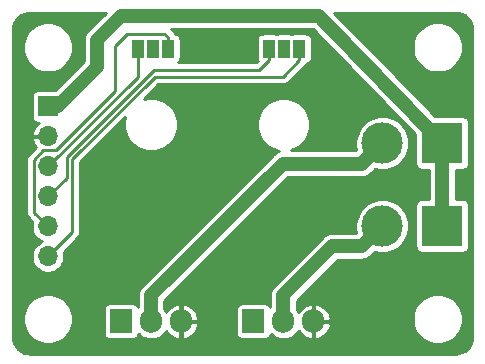
<source format=gbr>
G04 #@! TF.GenerationSoftware,KiCad,Pcbnew,(5.1.5)-3*
G04 #@! TF.CreationDate,2020-04-12T00:57:34+02:00*
G04 #@! TF.ProjectId,schinkli_pumps,73636869-6e6b-46c6-995f-70756d70732e,rev?*
G04 #@! TF.SameCoordinates,Original*
G04 #@! TF.FileFunction,Copper,L1,Top*
G04 #@! TF.FilePolarity,Positive*
%FSLAX46Y46*%
G04 Gerber Fmt 4.6, Leading zero omitted, Abs format (unit mm)*
G04 Created by KiCad (PCBNEW (5.1.5)-3) date 2020-04-12 00:57:34*
%MOMM*%
%LPD*%
G04 APERTURE LIST*
%ADD10O,1.700000X1.700000*%
%ADD11R,1.700000X1.700000*%
%ADD12C,3.500120*%
%ADD13R,3.500120X3.500120*%
%ADD14O,1.905000X2.000000*%
%ADD15R,1.905000X2.000000*%
%ADD16R,1.000000X1.500000*%
%ADD17C,0.800000*%
%ADD18C,0.250000*%
%ADD19C,1.200000*%
%ADD20C,0.254000*%
G04 APERTURE END LIST*
D10*
X53500000Y-121200000D03*
X53500000Y-118660000D03*
X53500000Y-116120000D03*
X53500000Y-113580000D03*
X53500000Y-111040000D03*
D11*
X53500000Y-108500000D03*
D12*
X81820000Y-118600000D03*
D13*
X86900000Y-118600000D03*
D12*
X81820000Y-111600000D03*
D13*
X86900000Y-111600000D03*
D14*
X75980000Y-126700000D03*
X73440000Y-126700000D03*
D15*
X70900000Y-126700000D03*
D14*
X64780000Y-126700000D03*
X62240000Y-126700000D03*
D15*
X59700000Y-126700000D03*
D16*
X72200000Y-103600000D03*
X73500000Y-103600000D03*
X74800000Y-103600000D03*
X61100000Y-103600000D03*
X62400000Y-103600000D03*
X63700000Y-103600000D03*
D17*
X75000000Y-107188000D03*
X75184000Y-117000000D03*
X77216000Y-107188000D03*
X77216000Y-109000000D03*
X66040000Y-109000000D03*
X66040000Y-111000000D03*
X63500000Y-113000000D03*
X60960000Y-113000000D03*
X60960000Y-115000000D03*
X63500000Y-115000000D03*
X75184000Y-115500000D03*
X77216000Y-115500000D03*
X77216000Y-111000000D03*
X62382400Y-103606600D03*
X73507600Y-103606600D03*
D18*
X53500000Y-121200000D02*
X55568010Y-119131990D01*
X55568010Y-119131990D02*
X55568010Y-112962400D01*
X55568010Y-112962400D02*
X62548205Y-105982205D01*
X74800000Y-104600000D02*
X74800000Y-103600000D01*
X73417795Y-105982205D02*
X74800000Y-104600000D01*
X62548205Y-105982205D02*
X73417795Y-105982205D01*
X63700000Y-102616000D02*
X63371010Y-102362000D01*
X52324999Y-117484999D02*
X53500000Y-118660000D01*
X63700000Y-103600000D02*
X63700000Y-102616000D01*
X63371010Y-102362000D02*
X60198000Y-102362000D01*
X52324999Y-113015999D02*
X52324999Y-117484999D01*
X60198000Y-102362000D02*
X59182000Y-103378000D01*
X59182000Y-103378000D02*
X59182000Y-107188000D01*
X53125997Y-112215001D02*
X52324999Y-113015999D01*
X59182000Y-107188000D02*
X54228589Y-112215001D01*
X54228589Y-112215001D02*
X53125997Y-112215001D01*
X55118000Y-114554000D02*
X55118000Y-112776000D01*
X53500000Y-116120000D02*
X55118000Y-114554000D01*
X62484000Y-105410000D02*
X71374000Y-105410000D01*
X71374000Y-105410000D02*
X72200000Y-104600000D01*
X72200000Y-104600000D02*
X72200000Y-103600000D01*
X55118000Y-112776000D02*
X62484000Y-105410000D01*
X61100000Y-105980000D02*
X61100000Y-103600000D01*
X53500000Y-113580000D02*
X61100000Y-105980000D01*
D19*
X64780000Y-126747500D02*
X64780000Y-126700000D01*
X53500000Y-111040000D02*
X53500000Y-111137998D01*
X75980000Y-126747500D02*
X75980000Y-126700000D01*
X86900000Y-111600000D02*
X86900000Y-118600000D01*
X76454000Y-100838000D02*
X86900000Y-111600000D01*
X54356000Y-108500000D02*
X57658000Y-105156000D01*
X57658000Y-105156000D02*
X57658000Y-102870000D01*
X53500000Y-108500000D02*
X54356000Y-108500000D01*
X57658000Y-102870000D02*
X59690000Y-100838000D01*
X59690000Y-100838000D02*
X76454000Y-100838000D01*
X62240000Y-124500000D02*
X62240000Y-126700000D01*
X80069941Y-113350059D02*
X73389941Y-113350059D01*
X73389941Y-113350059D02*
X62240000Y-124500000D01*
X81820000Y-111600000D02*
X80069941Y-113350059D01*
X77589941Y-120350059D02*
X73440000Y-124500000D01*
X80069941Y-120350059D02*
X77589941Y-120350059D01*
X73440000Y-124500000D02*
X73440000Y-126700000D01*
X81820000Y-118600000D02*
X80069941Y-120350059D01*
D20*
G36*
X56900237Y-102033945D02*
G01*
X56857236Y-102069235D01*
X56821946Y-102112236D01*
X56821942Y-102112240D01*
X56716400Y-102240844D01*
X56611750Y-102436630D01*
X56588136Y-102514477D01*
X56547308Y-102649069D01*
X56538802Y-102735435D01*
X56525548Y-102870000D01*
X56531001Y-102925364D01*
X56531000Y-104693347D01*
X54134382Y-107120451D01*
X52650000Y-107120451D01*
X52546690Y-107130626D01*
X52447350Y-107160761D01*
X52355798Y-107209696D01*
X52275552Y-107275552D01*
X52209696Y-107355798D01*
X52160761Y-107447350D01*
X52130626Y-107546690D01*
X52120451Y-107650000D01*
X52120451Y-109350000D01*
X52130626Y-109453310D01*
X52160761Y-109552650D01*
X52209696Y-109644202D01*
X52275552Y-109724448D01*
X52355798Y-109790304D01*
X52447350Y-109839239D01*
X52546690Y-109869374D01*
X52650000Y-109879549D01*
X52766642Y-109879549D01*
X52719287Y-109905705D01*
X52512998Y-110079810D01*
X52344639Y-110290814D01*
X52220680Y-110530609D01*
X52153285Y-110752791D01*
X52256892Y-110967000D01*
X53427000Y-110967000D01*
X53427000Y-110947000D01*
X53573000Y-110947000D01*
X53573000Y-110967000D01*
X53593000Y-110967000D01*
X53593000Y-111113000D01*
X53573000Y-111113000D01*
X53573000Y-111133000D01*
X53427000Y-111133000D01*
X53427000Y-111113000D01*
X52256892Y-111113000D01*
X52153285Y-111327209D01*
X52220680Y-111549391D01*
X52344639Y-111789186D01*
X52471167Y-111947764D01*
X51886617Y-112532315D01*
X51861735Y-112552735D01*
X51780258Y-112652016D01*
X51737332Y-112732326D01*
X51719716Y-112765283D01*
X51682434Y-112888185D01*
X51669845Y-113015999D01*
X51672999Y-113048021D01*
X51673000Y-117452967D01*
X51669845Y-117484999D01*
X51682434Y-117612813D01*
X51719716Y-117735715D01*
X51719717Y-117735716D01*
X51780259Y-117848983D01*
X51861736Y-117948263D01*
X51886613Y-117968679D01*
X52176023Y-118258089D01*
X52175917Y-118258344D01*
X52123000Y-118524377D01*
X52123000Y-118795623D01*
X52175917Y-119061656D01*
X52279718Y-119312254D01*
X52430414Y-119537787D01*
X52622213Y-119729586D01*
X52847746Y-119880282D01*
X52967776Y-119930000D01*
X52847746Y-119979718D01*
X52622213Y-120130414D01*
X52430414Y-120322213D01*
X52279718Y-120547746D01*
X52175917Y-120798344D01*
X52123000Y-121064377D01*
X52123000Y-121335623D01*
X52175917Y-121601656D01*
X52279718Y-121852254D01*
X52430414Y-122077787D01*
X52622213Y-122269586D01*
X52847746Y-122420282D01*
X53098344Y-122524083D01*
X53364377Y-122577000D01*
X53635623Y-122577000D01*
X53901656Y-122524083D01*
X54152254Y-122420282D01*
X54377787Y-122269586D01*
X54569586Y-122077787D01*
X54720282Y-121852254D01*
X54824083Y-121601656D01*
X54877000Y-121335623D01*
X54877000Y-121064377D01*
X54824083Y-120798344D01*
X54823977Y-120798089D01*
X56006398Y-119615669D01*
X56031274Y-119595254D01*
X56112751Y-119495974D01*
X56173293Y-119382707D01*
X56208913Y-119265283D01*
X56210575Y-119259805D01*
X56223164Y-119131990D01*
X56220010Y-119099968D01*
X56220010Y-113232466D01*
X60044011Y-109408465D01*
X59963000Y-109815735D01*
X59963000Y-110264265D01*
X60050504Y-110704176D01*
X60222149Y-111118564D01*
X60471339Y-111491503D01*
X60788497Y-111808661D01*
X61161436Y-112057851D01*
X61575824Y-112229496D01*
X62015735Y-112317000D01*
X62464265Y-112317000D01*
X62904176Y-112229496D01*
X63318564Y-112057851D01*
X63691503Y-111808661D01*
X64008661Y-111491503D01*
X64257851Y-111118564D01*
X64429496Y-110704176D01*
X64517000Y-110264265D01*
X64517000Y-109815735D01*
X64429496Y-109375824D01*
X64257851Y-108961436D01*
X64008661Y-108588497D01*
X63691503Y-108271339D01*
X63318564Y-108022149D01*
X62904176Y-107850504D01*
X62464265Y-107763000D01*
X62015735Y-107763000D01*
X61608466Y-107844011D01*
X62818272Y-106634205D01*
X73385773Y-106634205D01*
X73417795Y-106637359D01*
X73449817Y-106634205D01*
X73545609Y-106624770D01*
X73668512Y-106587488D01*
X73781779Y-106526946D01*
X73881059Y-106445469D01*
X73901480Y-106420586D01*
X75238388Y-105083679D01*
X75263264Y-105063264D01*
X75344741Y-104963984D01*
X75394866Y-104870206D01*
X75403310Y-104869374D01*
X75502650Y-104839239D01*
X75594202Y-104790304D01*
X75674448Y-104724448D01*
X75740304Y-104644202D01*
X75789239Y-104552650D01*
X75819374Y-104453310D01*
X75829549Y-104350000D01*
X75829549Y-102850000D01*
X75819374Y-102746690D01*
X75789239Y-102647350D01*
X75740304Y-102555798D01*
X75674448Y-102475552D01*
X75594202Y-102409696D01*
X75502650Y-102360761D01*
X75403310Y-102330626D01*
X75300000Y-102320451D01*
X74300000Y-102320451D01*
X74196690Y-102330626D01*
X74150000Y-102344790D01*
X74103310Y-102330626D01*
X74000000Y-102320451D01*
X73000000Y-102320451D01*
X72896690Y-102330626D01*
X72850000Y-102344790D01*
X72803310Y-102330626D01*
X72700000Y-102320451D01*
X71700000Y-102320451D01*
X71596690Y-102330626D01*
X71497350Y-102360761D01*
X71405798Y-102409696D01*
X71325552Y-102475552D01*
X71259696Y-102555798D01*
X71210761Y-102647350D01*
X71180626Y-102746690D01*
X71170451Y-102850000D01*
X71170451Y-104350000D01*
X71180626Y-104453310D01*
X71210761Y-104552650D01*
X71247319Y-104621047D01*
X71107661Y-104758000D01*
X64533565Y-104758000D01*
X64574448Y-104724448D01*
X64640304Y-104644202D01*
X64689239Y-104552650D01*
X64719374Y-104453310D01*
X64729549Y-104350000D01*
X64729549Y-102850000D01*
X64719374Y-102746690D01*
X64689239Y-102647350D01*
X64640304Y-102555798D01*
X64574448Y-102475552D01*
X64494202Y-102409696D01*
X64402650Y-102360761D01*
X64303310Y-102330626D01*
X64285839Y-102328905D01*
X64285528Y-102328324D01*
X64268351Y-102290112D01*
X64255330Y-102271827D01*
X64244741Y-102252016D01*
X64218147Y-102219611D01*
X64193852Y-102185494D01*
X64177516Y-102170102D01*
X64163264Y-102152736D01*
X64130860Y-102126143D01*
X64123795Y-102119486D01*
X64106135Y-102105851D01*
X64063984Y-102071259D01*
X64055357Y-102066648D01*
X63923699Y-101965000D01*
X75977316Y-101965000D01*
X84620391Y-110869536D01*
X84620391Y-113350060D01*
X84630566Y-113453370D01*
X84660701Y-113552710D01*
X84709636Y-113644262D01*
X84775492Y-113724508D01*
X84855738Y-113790364D01*
X84947290Y-113839299D01*
X85046630Y-113869434D01*
X85149940Y-113879609D01*
X85773000Y-113879609D01*
X85773001Y-116320391D01*
X85149940Y-116320391D01*
X85046630Y-116330566D01*
X84947290Y-116360701D01*
X84855738Y-116409636D01*
X84775492Y-116475492D01*
X84709636Y-116555738D01*
X84660701Y-116647290D01*
X84630566Y-116746630D01*
X84620391Y-116849940D01*
X84620391Y-120350060D01*
X84630566Y-120453370D01*
X84660701Y-120552710D01*
X84709636Y-120644262D01*
X84775492Y-120724508D01*
X84855738Y-120790364D01*
X84947290Y-120839299D01*
X85046630Y-120869434D01*
X85149940Y-120879609D01*
X88650060Y-120879609D01*
X88753370Y-120869434D01*
X88852710Y-120839299D01*
X88944262Y-120790364D01*
X89024508Y-120724508D01*
X89090364Y-120644262D01*
X89139299Y-120552710D01*
X89169434Y-120453370D01*
X89179609Y-120350060D01*
X89179609Y-116849940D01*
X89169434Y-116746630D01*
X89139299Y-116647290D01*
X89090364Y-116555738D01*
X89024508Y-116475492D01*
X88944262Y-116409636D01*
X88852710Y-116360701D01*
X88753370Y-116330566D01*
X88650060Y-116320391D01*
X88027000Y-116320391D01*
X88027000Y-113879609D01*
X88650060Y-113879609D01*
X88753370Y-113869434D01*
X88852710Y-113839299D01*
X88944262Y-113790364D01*
X89024508Y-113724508D01*
X89090364Y-113644262D01*
X89139299Y-113552710D01*
X89169434Y-113453370D01*
X89179609Y-113350060D01*
X89179609Y-109849940D01*
X89169434Y-109746630D01*
X89139299Y-109647290D01*
X89090364Y-109555738D01*
X89024508Y-109475492D01*
X88944262Y-109409636D01*
X88852710Y-109360701D01*
X88753370Y-109330566D01*
X88650060Y-109320391D01*
X86257920Y-109320391D01*
X80405091Y-103290509D01*
X84373000Y-103290509D01*
X84373000Y-103709491D01*
X84454739Y-104120423D01*
X84615077Y-104507512D01*
X84847851Y-104855884D01*
X85144116Y-105152149D01*
X85492488Y-105384923D01*
X85879577Y-105545261D01*
X86290509Y-105627000D01*
X86709491Y-105627000D01*
X87120423Y-105545261D01*
X87507512Y-105384923D01*
X87855884Y-105152149D01*
X88152149Y-104855884D01*
X88384923Y-104507512D01*
X88545261Y-104120423D01*
X88627000Y-103709491D01*
X88627000Y-103290509D01*
X88545261Y-102879577D01*
X88384923Y-102492488D01*
X88152149Y-102144116D01*
X87855884Y-101847851D01*
X87507512Y-101615077D01*
X87120423Y-101454739D01*
X86709491Y-101373000D01*
X86290509Y-101373000D01*
X85879577Y-101454739D01*
X85492488Y-101615077D01*
X85144116Y-101847851D01*
X84847851Y-102144116D01*
X84615077Y-102492488D01*
X84454739Y-102879577D01*
X84373000Y-103290509D01*
X80405091Y-103290509D01*
X77746991Y-100552000D01*
X87973008Y-100552000D01*
X88280737Y-100582173D01*
X88550779Y-100663704D01*
X88799845Y-100796134D01*
X89018444Y-100974420D01*
X89198254Y-101191772D01*
X89332416Y-101439900D01*
X89415832Y-101709374D01*
X89448000Y-102015432D01*
X89448001Y-127972997D01*
X89417827Y-128280733D01*
X89336297Y-128550778D01*
X89203863Y-128799848D01*
X89025582Y-129018442D01*
X88808228Y-129198254D01*
X88560100Y-129332416D01*
X88290626Y-129415832D01*
X87984568Y-129448000D01*
X52026992Y-129448000D01*
X51719267Y-129417827D01*
X51449222Y-129336297D01*
X51200152Y-129203863D01*
X50981558Y-129025582D01*
X50801746Y-128808228D01*
X50667584Y-128560100D01*
X50584168Y-128290626D01*
X50552000Y-127984568D01*
X50552000Y-126290509D01*
X51373000Y-126290509D01*
X51373000Y-126709491D01*
X51454739Y-127120423D01*
X51615077Y-127507512D01*
X51847851Y-127855884D01*
X52144116Y-128152149D01*
X52492488Y-128384923D01*
X52879577Y-128545261D01*
X53290509Y-128627000D01*
X53709491Y-128627000D01*
X54120423Y-128545261D01*
X54507512Y-128384923D01*
X54855884Y-128152149D01*
X55152149Y-127855884D01*
X55384923Y-127507512D01*
X55545261Y-127120423D01*
X55627000Y-126709491D01*
X55627000Y-126290509D01*
X55545261Y-125879577D01*
X55470878Y-125700000D01*
X58217951Y-125700000D01*
X58217951Y-127700000D01*
X58228126Y-127803310D01*
X58258261Y-127902650D01*
X58307196Y-127994202D01*
X58373052Y-128074448D01*
X58453298Y-128140304D01*
X58544850Y-128189239D01*
X58644190Y-128219374D01*
X58747500Y-128229549D01*
X60652500Y-128229549D01*
X60755810Y-128219374D01*
X60855150Y-128189239D01*
X60946702Y-128140304D01*
X61026948Y-128074448D01*
X61092804Y-127994202D01*
X61141739Y-127902650D01*
X61171874Y-127803310D01*
X61174088Y-127780831D01*
X61188774Y-127798726D01*
X61414058Y-127983611D01*
X61671082Y-128120993D01*
X61949968Y-128205592D01*
X62240000Y-128234158D01*
X62530033Y-128205592D01*
X62808919Y-128120993D01*
X63065943Y-127983611D01*
X63291226Y-127798726D01*
X63476111Y-127573442D01*
X63513191Y-127504070D01*
X63532378Y-127541951D01*
X63711340Y-127770085D01*
X63931370Y-127958922D01*
X64184013Y-128101204D01*
X64459559Y-128191464D01*
X64476736Y-128195585D01*
X64707000Y-128093272D01*
X64707000Y-126773000D01*
X64853000Y-126773000D01*
X64853000Y-128093272D01*
X65083264Y-128195585D01*
X65100441Y-128191464D01*
X65375987Y-128101204D01*
X65628630Y-127958922D01*
X65848660Y-127770085D01*
X66027622Y-127541951D01*
X66158639Y-127283287D01*
X66236676Y-127004033D01*
X66127122Y-126773000D01*
X64853000Y-126773000D01*
X64707000Y-126773000D01*
X64687000Y-126773000D01*
X64687000Y-126627000D01*
X64707000Y-126627000D01*
X64707000Y-125306728D01*
X64853000Y-125306728D01*
X64853000Y-126627000D01*
X66127122Y-126627000D01*
X66236676Y-126395967D01*
X66158639Y-126116713D01*
X66027622Y-125858049D01*
X65903639Y-125700000D01*
X69417951Y-125700000D01*
X69417951Y-127700000D01*
X69428126Y-127803310D01*
X69458261Y-127902650D01*
X69507196Y-127994202D01*
X69573052Y-128074448D01*
X69653298Y-128140304D01*
X69744850Y-128189239D01*
X69844190Y-128219374D01*
X69947500Y-128229549D01*
X71852500Y-128229549D01*
X71955810Y-128219374D01*
X72055150Y-128189239D01*
X72146702Y-128140304D01*
X72226948Y-128074448D01*
X72292804Y-127994202D01*
X72341739Y-127902650D01*
X72371874Y-127803310D01*
X72374088Y-127780831D01*
X72388774Y-127798726D01*
X72614058Y-127983611D01*
X72871082Y-128120993D01*
X73149968Y-128205592D01*
X73440000Y-128234158D01*
X73730033Y-128205592D01*
X74008919Y-128120993D01*
X74265943Y-127983611D01*
X74491226Y-127798726D01*
X74676111Y-127573442D01*
X74713191Y-127504070D01*
X74732378Y-127541951D01*
X74911340Y-127770085D01*
X75131370Y-127958922D01*
X75384013Y-128101204D01*
X75659559Y-128191464D01*
X75676736Y-128195585D01*
X75907000Y-128093272D01*
X75907000Y-126773000D01*
X76053000Y-126773000D01*
X76053000Y-128093272D01*
X76283264Y-128195585D01*
X76300441Y-128191464D01*
X76575987Y-128101204D01*
X76828630Y-127958922D01*
X77048660Y-127770085D01*
X77227622Y-127541951D01*
X77358639Y-127283287D01*
X77436676Y-127004033D01*
X77327122Y-126773000D01*
X76053000Y-126773000D01*
X75907000Y-126773000D01*
X75887000Y-126773000D01*
X75887000Y-126627000D01*
X75907000Y-126627000D01*
X75907000Y-125306728D01*
X76053000Y-125306728D01*
X76053000Y-126627000D01*
X77327122Y-126627000D01*
X77436676Y-126395967D01*
X77407206Y-126290509D01*
X84373000Y-126290509D01*
X84373000Y-126709491D01*
X84454739Y-127120423D01*
X84615077Y-127507512D01*
X84847851Y-127855884D01*
X85144116Y-128152149D01*
X85492488Y-128384923D01*
X85879577Y-128545261D01*
X86290509Y-128627000D01*
X86709491Y-128627000D01*
X87120423Y-128545261D01*
X87507512Y-128384923D01*
X87855884Y-128152149D01*
X88152149Y-127855884D01*
X88384923Y-127507512D01*
X88545261Y-127120423D01*
X88627000Y-126709491D01*
X88627000Y-126290509D01*
X88545261Y-125879577D01*
X88384923Y-125492488D01*
X88152149Y-125144116D01*
X87855884Y-124847851D01*
X87507512Y-124615077D01*
X87120423Y-124454739D01*
X86709491Y-124373000D01*
X86290509Y-124373000D01*
X85879577Y-124454739D01*
X85492488Y-124615077D01*
X85144116Y-124847851D01*
X84847851Y-125144116D01*
X84615077Y-125492488D01*
X84454739Y-125879577D01*
X84373000Y-126290509D01*
X77407206Y-126290509D01*
X77358639Y-126116713D01*
X77227622Y-125858049D01*
X77048660Y-125629915D01*
X76828630Y-125441078D01*
X76575987Y-125298796D01*
X76300441Y-125208536D01*
X76283264Y-125204415D01*
X76053000Y-125306728D01*
X75907000Y-125306728D01*
X75676736Y-125204415D01*
X75659559Y-125208536D01*
X75384013Y-125298796D01*
X75131370Y-125441078D01*
X74911340Y-125629915D01*
X74732378Y-125858049D01*
X74713191Y-125895929D01*
X74676111Y-125826557D01*
X74567000Y-125693605D01*
X74567000Y-124966818D01*
X78056760Y-121477059D01*
X80014587Y-121477059D01*
X80069941Y-121482511D01*
X80125295Y-121477059D01*
X80125306Y-121477059D01*
X80290872Y-121460752D01*
X80503312Y-121396309D01*
X80699098Y-121291659D01*
X80870706Y-121150824D01*
X80906000Y-121107818D01*
X81212906Y-120800912D01*
X81595729Y-120877060D01*
X82044271Y-120877060D01*
X82484194Y-120789554D01*
X82898593Y-120617905D01*
X83271541Y-120368708D01*
X83588708Y-120051541D01*
X83837905Y-119678593D01*
X84009554Y-119264194D01*
X84097060Y-118824271D01*
X84097060Y-118375729D01*
X84009554Y-117935806D01*
X83837905Y-117521407D01*
X83588708Y-117148459D01*
X83271541Y-116831292D01*
X82898593Y-116582095D01*
X82484194Y-116410446D01*
X82044271Y-116322940D01*
X81595729Y-116322940D01*
X81155806Y-116410446D01*
X80741407Y-116582095D01*
X80368459Y-116831292D01*
X80051292Y-117148459D01*
X79802095Y-117521407D01*
X79630446Y-117935806D01*
X79542940Y-118375729D01*
X79542940Y-118824271D01*
X79619088Y-119207094D01*
X79603123Y-119223059D01*
X77645298Y-119223059D01*
X77589941Y-119217607D01*
X77534584Y-119223059D01*
X77534576Y-119223059D01*
X77369010Y-119239366D01*
X77156570Y-119303809D01*
X76960784Y-119408459D01*
X76832180Y-119514001D01*
X76832177Y-119514004D01*
X76789176Y-119549294D01*
X76753886Y-119592295D01*
X72682241Y-123663941D01*
X72639235Y-123699235D01*
X72498400Y-123870843D01*
X72393750Y-124066630D01*
X72329307Y-124279070D01*
X72313000Y-124444636D01*
X72313000Y-124444646D01*
X72307548Y-124500000D01*
X72313000Y-124555355D01*
X72313000Y-125443583D01*
X72292804Y-125405798D01*
X72226948Y-125325552D01*
X72146702Y-125259696D01*
X72055150Y-125210761D01*
X71955810Y-125180626D01*
X71852500Y-125170451D01*
X69947500Y-125170451D01*
X69844190Y-125180626D01*
X69744850Y-125210761D01*
X69653298Y-125259696D01*
X69573052Y-125325552D01*
X69507196Y-125405798D01*
X69458261Y-125497350D01*
X69428126Y-125596690D01*
X69417951Y-125700000D01*
X65903639Y-125700000D01*
X65848660Y-125629915D01*
X65628630Y-125441078D01*
X65375987Y-125298796D01*
X65100441Y-125208536D01*
X65083264Y-125204415D01*
X64853000Y-125306728D01*
X64707000Y-125306728D01*
X64476736Y-125204415D01*
X64459559Y-125208536D01*
X64184013Y-125298796D01*
X63931370Y-125441078D01*
X63711340Y-125629915D01*
X63532378Y-125858049D01*
X63513191Y-125895929D01*
X63476111Y-125826557D01*
X63367000Y-125693605D01*
X63367000Y-124966818D01*
X73856760Y-114477059D01*
X80014587Y-114477059D01*
X80069941Y-114482511D01*
X80125295Y-114477059D01*
X80125306Y-114477059D01*
X80290872Y-114460752D01*
X80503312Y-114396309D01*
X80699098Y-114291659D01*
X80870706Y-114150824D01*
X80906000Y-114107818D01*
X81212906Y-113800912D01*
X81595729Y-113877060D01*
X82044271Y-113877060D01*
X82484194Y-113789554D01*
X82898593Y-113617905D01*
X83271541Y-113368708D01*
X83588708Y-113051541D01*
X83837905Y-112678593D01*
X84009554Y-112264194D01*
X84097060Y-111824271D01*
X84097060Y-111375729D01*
X84009554Y-110935806D01*
X83837905Y-110521407D01*
X83588708Y-110148459D01*
X83271541Y-109831292D01*
X82898593Y-109582095D01*
X82484194Y-109410446D01*
X82044271Y-109322940D01*
X81595729Y-109322940D01*
X81155806Y-109410446D01*
X80741407Y-109582095D01*
X80368459Y-109831292D01*
X80051292Y-110148459D01*
X79802095Y-110521407D01*
X79630446Y-110935806D01*
X79542940Y-111375729D01*
X79542940Y-111824271D01*
X79619088Y-112207094D01*
X79603123Y-112223059D01*
X74119716Y-112223059D01*
X74518564Y-112057851D01*
X74891503Y-111808661D01*
X75208661Y-111491503D01*
X75457851Y-111118564D01*
X75629496Y-110704176D01*
X75717000Y-110264265D01*
X75717000Y-109815735D01*
X75629496Y-109375824D01*
X75457851Y-108961436D01*
X75208661Y-108588497D01*
X74891503Y-108271339D01*
X74518564Y-108022149D01*
X74104176Y-107850504D01*
X73664265Y-107763000D01*
X73215735Y-107763000D01*
X72775824Y-107850504D01*
X72361436Y-108022149D01*
X71988497Y-108271339D01*
X71671339Y-108588497D01*
X71422149Y-108961436D01*
X71250504Y-109375824D01*
X71163000Y-109815735D01*
X71163000Y-110264265D01*
X71250504Y-110704176D01*
X71422149Y-111118564D01*
X71671339Y-111491503D01*
X71988497Y-111808661D01*
X72361436Y-112057851D01*
X72775824Y-112229496D01*
X73032945Y-112280641D01*
X72956570Y-112303809D01*
X72760784Y-112408459D01*
X72632180Y-112514001D01*
X72632177Y-112514004D01*
X72589176Y-112549294D01*
X72553886Y-112592295D01*
X61482242Y-123663940D01*
X61439235Y-123699235D01*
X61298400Y-123870843D01*
X61193750Y-124066630D01*
X61129307Y-124279070D01*
X61113000Y-124444636D01*
X61113000Y-124444646D01*
X61107548Y-124500000D01*
X61113000Y-124555355D01*
X61113000Y-125443583D01*
X61092804Y-125405798D01*
X61026948Y-125325552D01*
X60946702Y-125259696D01*
X60855150Y-125210761D01*
X60755810Y-125180626D01*
X60652500Y-125170451D01*
X58747500Y-125170451D01*
X58644190Y-125180626D01*
X58544850Y-125210761D01*
X58453298Y-125259696D01*
X58373052Y-125325552D01*
X58307196Y-125405798D01*
X58258261Y-125497350D01*
X58228126Y-125596690D01*
X58217951Y-125700000D01*
X55470878Y-125700000D01*
X55384923Y-125492488D01*
X55152149Y-125144116D01*
X54855884Y-124847851D01*
X54507512Y-124615077D01*
X54120423Y-124454739D01*
X53709491Y-124373000D01*
X53290509Y-124373000D01*
X52879577Y-124454739D01*
X52492488Y-124615077D01*
X52144116Y-124847851D01*
X51847851Y-125144116D01*
X51615077Y-125492488D01*
X51454739Y-125879577D01*
X51373000Y-126290509D01*
X50552000Y-126290509D01*
X50552000Y-103290509D01*
X51373000Y-103290509D01*
X51373000Y-103709491D01*
X51454739Y-104120423D01*
X51615077Y-104507512D01*
X51847851Y-104855884D01*
X52144116Y-105152149D01*
X52492488Y-105384923D01*
X52879577Y-105545261D01*
X53290509Y-105627000D01*
X53709491Y-105627000D01*
X54120423Y-105545261D01*
X54507512Y-105384923D01*
X54855884Y-105152149D01*
X55152149Y-104855884D01*
X55384923Y-104507512D01*
X55545261Y-104120423D01*
X55627000Y-103709491D01*
X55627000Y-103290509D01*
X55545261Y-102879577D01*
X55384923Y-102492488D01*
X55152149Y-102144116D01*
X54855884Y-101847851D01*
X54507512Y-101615077D01*
X54120423Y-101454739D01*
X53709491Y-101373000D01*
X53290509Y-101373000D01*
X52879577Y-101454739D01*
X52492488Y-101615077D01*
X52144116Y-101847851D01*
X51847851Y-102144116D01*
X51615077Y-102492488D01*
X51454739Y-102879577D01*
X51373000Y-103290509D01*
X50552000Y-103290509D01*
X50552000Y-102026992D01*
X50582173Y-101719263D01*
X50663704Y-101449221D01*
X50796134Y-101200155D01*
X50974420Y-100981556D01*
X51191772Y-100801746D01*
X51439900Y-100667584D01*
X51709374Y-100584168D01*
X52015432Y-100552000D01*
X58382181Y-100552000D01*
X56900237Y-102033945D01*
G37*
X56900237Y-102033945D02*
X56857236Y-102069235D01*
X56821946Y-102112236D01*
X56821942Y-102112240D01*
X56716400Y-102240844D01*
X56611750Y-102436630D01*
X56588136Y-102514477D01*
X56547308Y-102649069D01*
X56538802Y-102735435D01*
X56525548Y-102870000D01*
X56531001Y-102925364D01*
X56531000Y-104693347D01*
X54134382Y-107120451D01*
X52650000Y-107120451D01*
X52546690Y-107130626D01*
X52447350Y-107160761D01*
X52355798Y-107209696D01*
X52275552Y-107275552D01*
X52209696Y-107355798D01*
X52160761Y-107447350D01*
X52130626Y-107546690D01*
X52120451Y-107650000D01*
X52120451Y-109350000D01*
X52130626Y-109453310D01*
X52160761Y-109552650D01*
X52209696Y-109644202D01*
X52275552Y-109724448D01*
X52355798Y-109790304D01*
X52447350Y-109839239D01*
X52546690Y-109869374D01*
X52650000Y-109879549D01*
X52766642Y-109879549D01*
X52719287Y-109905705D01*
X52512998Y-110079810D01*
X52344639Y-110290814D01*
X52220680Y-110530609D01*
X52153285Y-110752791D01*
X52256892Y-110967000D01*
X53427000Y-110967000D01*
X53427000Y-110947000D01*
X53573000Y-110947000D01*
X53573000Y-110967000D01*
X53593000Y-110967000D01*
X53593000Y-111113000D01*
X53573000Y-111113000D01*
X53573000Y-111133000D01*
X53427000Y-111133000D01*
X53427000Y-111113000D01*
X52256892Y-111113000D01*
X52153285Y-111327209D01*
X52220680Y-111549391D01*
X52344639Y-111789186D01*
X52471167Y-111947764D01*
X51886617Y-112532315D01*
X51861735Y-112552735D01*
X51780258Y-112652016D01*
X51737332Y-112732326D01*
X51719716Y-112765283D01*
X51682434Y-112888185D01*
X51669845Y-113015999D01*
X51672999Y-113048021D01*
X51673000Y-117452967D01*
X51669845Y-117484999D01*
X51682434Y-117612813D01*
X51719716Y-117735715D01*
X51719717Y-117735716D01*
X51780259Y-117848983D01*
X51861736Y-117948263D01*
X51886613Y-117968679D01*
X52176023Y-118258089D01*
X52175917Y-118258344D01*
X52123000Y-118524377D01*
X52123000Y-118795623D01*
X52175917Y-119061656D01*
X52279718Y-119312254D01*
X52430414Y-119537787D01*
X52622213Y-119729586D01*
X52847746Y-119880282D01*
X52967776Y-119930000D01*
X52847746Y-119979718D01*
X52622213Y-120130414D01*
X52430414Y-120322213D01*
X52279718Y-120547746D01*
X52175917Y-120798344D01*
X52123000Y-121064377D01*
X52123000Y-121335623D01*
X52175917Y-121601656D01*
X52279718Y-121852254D01*
X52430414Y-122077787D01*
X52622213Y-122269586D01*
X52847746Y-122420282D01*
X53098344Y-122524083D01*
X53364377Y-122577000D01*
X53635623Y-122577000D01*
X53901656Y-122524083D01*
X54152254Y-122420282D01*
X54377787Y-122269586D01*
X54569586Y-122077787D01*
X54720282Y-121852254D01*
X54824083Y-121601656D01*
X54877000Y-121335623D01*
X54877000Y-121064377D01*
X54824083Y-120798344D01*
X54823977Y-120798089D01*
X56006398Y-119615669D01*
X56031274Y-119595254D01*
X56112751Y-119495974D01*
X56173293Y-119382707D01*
X56208913Y-119265283D01*
X56210575Y-119259805D01*
X56223164Y-119131990D01*
X56220010Y-119099968D01*
X56220010Y-113232466D01*
X60044011Y-109408465D01*
X59963000Y-109815735D01*
X59963000Y-110264265D01*
X60050504Y-110704176D01*
X60222149Y-111118564D01*
X60471339Y-111491503D01*
X60788497Y-111808661D01*
X61161436Y-112057851D01*
X61575824Y-112229496D01*
X62015735Y-112317000D01*
X62464265Y-112317000D01*
X62904176Y-112229496D01*
X63318564Y-112057851D01*
X63691503Y-111808661D01*
X64008661Y-111491503D01*
X64257851Y-111118564D01*
X64429496Y-110704176D01*
X64517000Y-110264265D01*
X64517000Y-109815735D01*
X64429496Y-109375824D01*
X64257851Y-108961436D01*
X64008661Y-108588497D01*
X63691503Y-108271339D01*
X63318564Y-108022149D01*
X62904176Y-107850504D01*
X62464265Y-107763000D01*
X62015735Y-107763000D01*
X61608466Y-107844011D01*
X62818272Y-106634205D01*
X73385773Y-106634205D01*
X73417795Y-106637359D01*
X73449817Y-106634205D01*
X73545609Y-106624770D01*
X73668512Y-106587488D01*
X73781779Y-106526946D01*
X73881059Y-106445469D01*
X73901480Y-106420586D01*
X75238388Y-105083679D01*
X75263264Y-105063264D01*
X75344741Y-104963984D01*
X75394866Y-104870206D01*
X75403310Y-104869374D01*
X75502650Y-104839239D01*
X75594202Y-104790304D01*
X75674448Y-104724448D01*
X75740304Y-104644202D01*
X75789239Y-104552650D01*
X75819374Y-104453310D01*
X75829549Y-104350000D01*
X75829549Y-102850000D01*
X75819374Y-102746690D01*
X75789239Y-102647350D01*
X75740304Y-102555798D01*
X75674448Y-102475552D01*
X75594202Y-102409696D01*
X75502650Y-102360761D01*
X75403310Y-102330626D01*
X75300000Y-102320451D01*
X74300000Y-102320451D01*
X74196690Y-102330626D01*
X74150000Y-102344790D01*
X74103310Y-102330626D01*
X74000000Y-102320451D01*
X73000000Y-102320451D01*
X72896690Y-102330626D01*
X72850000Y-102344790D01*
X72803310Y-102330626D01*
X72700000Y-102320451D01*
X71700000Y-102320451D01*
X71596690Y-102330626D01*
X71497350Y-102360761D01*
X71405798Y-102409696D01*
X71325552Y-102475552D01*
X71259696Y-102555798D01*
X71210761Y-102647350D01*
X71180626Y-102746690D01*
X71170451Y-102850000D01*
X71170451Y-104350000D01*
X71180626Y-104453310D01*
X71210761Y-104552650D01*
X71247319Y-104621047D01*
X71107661Y-104758000D01*
X64533565Y-104758000D01*
X64574448Y-104724448D01*
X64640304Y-104644202D01*
X64689239Y-104552650D01*
X64719374Y-104453310D01*
X64729549Y-104350000D01*
X64729549Y-102850000D01*
X64719374Y-102746690D01*
X64689239Y-102647350D01*
X64640304Y-102555798D01*
X64574448Y-102475552D01*
X64494202Y-102409696D01*
X64402650Y-102360761D01*
X64303310Y-102330626D01*
X64285839Y-102328905D01*
X64285528Y-102328324D01*
X64268351Y-102290112D01*
X64255330Y-102271827D01*
X64244741Y-102252016D01*
X64218147Y-102219611D01*
X64193852Y-102185494D01*
X64177516Y-102170102D01*
X64163264Y-102152736D01*
X64130860Y-102126143D01*
X64123795Y-102119486D01*
X64106135Y-102105851D01*
X64063984Y-102071259D01*
X64055357Y-102066648D01*
X63923699Y-101965000D01*
X75977316Y-101965000D01*
X84620391Y-110869536D01*
X84620391Y-113350060D01*
X84630566Y-113453370D01*
X84660701Y-113552710D01*
X84709636Y-113644262D01*
X84775492Y-113724508D01*
X84855738Y-113790364D01*
X84947290Y-113839299D01*
X85046630Y-113869434D01*
X85149940Y-113879609D01*
X85773000Y-113879609D01*
X85773001Y-116320391D01*
X85149940Y-116320391D01*
X85046630Y-116330566D01*
X84947290Y-116360701D01*
X84855738Y-116409636D01*
X84775492Y-116475492D01*
X84709636Y-116555738D01*
X84660701Y-116647290D01*
X84630566Y-116746630D01*
X84620391Y-116849940D01*
X84620391Y-120350060D01*
X84630566Y-120453370D01*
X84660701Y-120552710D01*
X84709636Y-120644262D01*
X84775492Y-120724508D01*
X84855738Y-120790364D01*
X84947290Y-120839299D01*
X85046630Y-120869434D01*
X85149940Y-120879609D01*
X88650060Y-120879609D01*
X88753370Y-120869434D01*
X88852710Y-120839299D01*
X88944262Y-120790364D01*
X89024508Y-120724508D01*
X89090364Y-120644262D01*
X89139299Y-120552710D01*
X89169434Y-120453370D01*
X89179609Y-120350060D01*
X89179609Y-116849940D01*
X89169434Y-116746630D01*
X89139299Y-116647290D01*
X89090364Y-116555738D01*
X89024508Y-116475492D01*
X88944262Y-116409636D01*
X88852710Y-116360701D01*
X88753370Y-116330566D01*
X88650060Y-116320391D01*
X88027000Y-116320391D01*
X88027000Y-113879609D01*
X88650060Y-113879609D01*
X88753370Y-113869434D01*
X88852710Y-113839299D01*
X88944262Y-113790364D01*
X89024508Y-113724508D01*
X89090364Y-113644262D01*
X89139299Y-113552710D01*
X89169434Y-113453370D01*
X89179609Y-113350060D01*
X89179609Y-109849940D01*
X89169434Y-109746630D01*
X89139299Y-109647290D01*
X89090364Y-109555738D01*
X89024508Y-109475492D01*
X88944262Y-109409636D01*
X88852710Y-109360701D01*
X88753370Y-109330566D01*
X88650060Y-109320391D01*
X86257920Y-109320391D01*
X80405091Y-103290509D01*
X84373000Y-103290509D01*
X84373000Y-103709491D01*
X84454739Y-104120423D01*
X84615077Y-104507512D01*
X84847851Y-104855884D01*
X85144116Y-105152149D01*
X85492488Y-105384923D01*
X85879577Y-105545261D01*
X86290509Y-105627000D01*
X86709491Y-105627000D01*
X87120423Y-105545261D01*
X87507512Y-105384923D01*
X87855884Y-105152149D01*
X88152149Y-104855884D01*
X88384923Y-104507512D01*
X88545261Y-104120423D01*
X88627000Y-103709491D01*
X88627000Y-103290509D01*
X88545261Y-102879577D01*
X88384923Y-102492488D01*
X88152149Y-102144116D01*
X87855884Y-101847851D01*
X87507512Y-101615077D01*
X87120423Y-101454739D01*
X86709491Y-101373000D01*
X86290509Y-101373000D01*
X85879577Y-101454739D01*
X85492488Y-101615077D01*
X85144116Y-101847851D01*
X84847851Y-102144116D01*
X84615077Y-102492488D01*
X84454739Y-102879577D01*
X84373000Y-103290509D01*
X80405091Y-103290509D01*
X77746991Y-100552000D01*
X87973008Y-100552000D01*
X88280737Y-100582173D01*
X88550779Y-100663704D01*
X88799845Y-100796134D01*
X89018444Y-100974420D01*
X89198254Y-101191772D01*
X89332416Y-101439900D01*
X89415832Y-101709374D01*
X89448000Y-102015432D01*
X89448001Y-127972997D01*
X89417827Y-128280733D01*
X89336297Y-128550778D01*
X89203863Y-128799848D01*
X89025582Y-129018442D01*
X88808228Y-129198254D01*
X88560100Y-129332416D01*
X88290626Y-129415832D01*
X87984568Y-129448000D01*
X52026992Y-129448000D01*
X51719267Y-129417827D01*
X51449222Y-129336297D01*
X51200152Y-129203863D01*
X50981558Y-129025582D01*
X50801746Y-128808228D01*
X50667584Y-128560100D01*
X50584168Y-128290626D01*
X50552000Y-127984568D01*
X50552000Y-126290509D01*
X51373000Y-126290509D01*
X51373000Y-126709491D01*
X51454739Y-127120423D01*
X51615077Y-127507512D01*
X51847851Y-127855884D01*
X52144116Y-128152149D01*
X52492488Y-128384923D01*
X52879577Y-128545261D01*
X53290509Y-128627000D01*
X53709491Y-128627000D01*
X54120423Y-128545261D01*
X54507512Y-128384923D01*
X54855884Y-128152149D01*
X55152149Y-127855884D01*
X55384923Y-127507512D01*
X55545261Y-127120423D01*
X55627000Y-126709491D01*
X55627000Y-126290509D01*
X55545261Y-125879577D01*
X55470878Y-125700000D01*
X58217951Y-125700000D01*
X58217951Y-127700000D01*
X58228126Y-127803310D01*
X58258261Y-127902650D01*
X58307196Y-127994202D01*
X58373052Y-128074448D01*
X58453298Y-128140304D01*
X58544850Y-128189239D01*
X58644190Y-128219374D01*
X58747500Y-128229549D01*
X60652500Y-128229549D01*
X60755810Y-128219374D01*
X60855150Y-128189239D01*
X60946702Y-128140304D01*
X61026948Y-128074448D01*
X61092804Y-127994202D01*
X61141739Y-127902650D01*
X61171874Y-127803310D01*
X61174088Y-127780831D01*
X61188774Y-127798726D01*
X61414058Y-127983611D01*
X61671082Y-128120993D01*
X61949968Y-128205592D01*
X62240000Y-128234158D01*
X62530033Y-128205592D01*
X62808919Y-128120993D01*
X63065943Y-127983611D01*
X63291226Y-127798726D01*
X63476111Y-127573442D01*
X63513191Y-127504070D01*
X63532378Y-127541951D01*
X63711340Y-127770085D01*
X63931370Y-127958922D01*
X64184013Y-128101204D01*
X64459559Y-128191464D01*
X64476736Y-128195585D01*
X64707000Y-128093272D01*
X64707000Y-126773000D01*
X64853000Y-126773000D01*
X64853000Y-128093272D01*
X65083264Y-128195585D01*
X65100441Y-128191464D01*
X65375987Y-128101204D01*
X65628630Y-127958922D01*
X65848660Y-127770085D01*
X66027622Y-127541951D01*
X66158639Y-127283287D01*
X66236676Y-127004033D01*
X66127122Y-126773000D01*
X64853000Y-126773000D01*
X64707000Y-126773000D01*
X64687000Y-126773000D01*
X64687000Y-126627000D01*
X64707000Y-126627000D01*
X64707000Y-125306728D01*
X64853000Y-125306728D01*
X64853000Y-126627000D01*
X66127122Y-126627000D01*
X66236676Y-126395967D01*
X66158639Y-126116713D01*
X66027622Y-125858049D01*
X65903639Y-125700000D01*
X69417951Y-125700000D01*
X69417951Y-127700000D01*
X69428126Y-127803310D01*
X69458261Y-127902650D01*
X69507196Y-127994202D01*
X69573052Y-128074448D01*
X69653298Y-128140304D01*
X69744850Y-128189239D01*
X69844190Y-128219374D01*
X69947500Y-128229549D01*
X71852500Y-128229549D01*
X71955810Y-128219374D01*
X72055150Y-128189239D01*
X72146702Y-128140304D01*
X72226948Y-128074448D01*
X72292804Y-127994202D01*
X72341739Y-127902650D01*
X72371874Y-127803310D01*
X72374088Y-127780831D01*
X72388774Y-127798726D01*
X72614058Y-127983611D01*
X72871082Y-128120993D01*
X73149968Y-128205592D01*
X73440000Y-128234158D01*
X73730033Y-128205592D01*
X74008919Y-128120993D01*
X74265943Y-127983611D01*
X74491226Y-127798726D01*
X74676111Y-127573442D01*
X74713191Y-127504070D01*
X74732378Y-127541951D01*
X74911340Y-127770085D01*
X75131370Y-127958922D01*
X75384013Y-128101204D01*
X75659559Y-128191464D01*
X75676736Y-128195585D01*
X75907000Y-128093272D01*
X75907000Y-126773000D01*
X76053000Y-126773000D01*
X76053000Y-128093272D01*
X76283264Y-128195585D01*
X76300441Y-128191464D01*
X76575987Y-128101204D01*
X76828630Y-127958922D01*
X77048660Y-127770085D01*
X77227622Y-127541951D01*
X77358639Y-127283287D01*
X77436676Y-127004033D01*
X77327122Y-126773000D01*
X76053000Y-126773000D01*
X75907000Y-126773000D01*
X75887000Y-126773000D01*
X75887000Y-126627000D01*
X75907000Y-126627000D01*
X75907000Y-125306728D01*
X76053000Y-125306728D01*
X76053000Y-126627000D01*
X77327122Y-126627000D01*
X77436676Y-126395967D01*
X77407206Y-126290509D01*
X84373000Y-126290509D01*
X84373000Y-126709491D01*
X84454739Y-127120423D01*
X84615077Y-127507512D01*
X84847851Y-127855884D01*
X85144116Y-128152149D01*
X85492488Y-128384923D01*
X85879577Y-128545261D01*
X86290509Y-128627000D01*
X86709491Y-128627000D01*
X87120423Y-128545261D01*
X87507512Y-128384923D01*
X87855884Y-128152149D01*
X88152149Y-127855884D01*
X88384923Y-127507512D01*
X88545261Y-127120423D01*
X88627000Y-126709491D01*
X88627000Y-126290509D01*
X88545261Y-125879577D01*
X88384923Y-125492488D01*
X88152149Y-125144116D01*
X87855884Y-124847851D01*
X87507512Y-124615077D01*
X87120423Y-124454739D01*
X86709491Y-124373000D01*
X86290509Y-124373000D01*
X85879577Y-124454739D01*
X85492488Y-124615077D01*
X85144116Y-124847851D01*
X84847851Y-125144116D01*
X84615077Y-125492488D01*
X84454739Y-125879577D01*
X84373000Y-126290509D01*
X77407206Y-126290509D01*
X77358639Y-126116713D01*
X77227622Y-125858049D01*
X77048660Y-125629915D01*
X76828630Y-125441078D01*
X76575987Y-125298796D01*
X76300441Y-125208536D01*
X76283264Y-125204415D01*
X76053000Y-125306728D01*
X75907000Y-125306728D01*
X75676736Y-125204415D01*
X75659559Y-125208536D01*
X75384013Y-125298796D01*
X75131370Y-125441078D01*
X74911340Y-125629915D01*
X74732378Y-125858049D01*
X74713191Y-125895929D01*
X74676111Y-125826557D01*
X74567000Y-125693605D01*
X74567000Y-124966818D01*
X78056760Y-121477059D01*
X80014587Y-121477059D01*
X80069941Y-121482511D01*
X80125295Y-121477059D01*
X80125306Y-121477059D01*
X80290872Y-121460752D01*
X80503312Y-121396309D01*
X80699098Y-121291659D01*
X80870706Y-121150824D01*
X80906000Y-121107818D01*
X81212906Y-120800912D01*
X81595729Y-120877060D01*
X82044271Y-120877060D01*
X82484194Y-120789554D01*
X82898593Y-120617905D01*
X83271541Y-120368708D01*
X83588708Y-120051541D01*
X83837905Y-119678593D01*
X84009554Y-119264194D01*
X84097060Y-118824271D01*
X84097060Y-118375729D01*
X84009554Y-117935806D01*
X83837905Y-117521407D01*
X83588708Y-117148459D01*
X83271541Y-116831292D01*
X82898593Y-116582095D01*
X82484194Y-116410446D01*
X82044271Y-116322940D01*
X81595729Y-116322940D01*
X81155806Y-116410446D01*
X80741407Y-116582095D01*
X80368459Y-116831292D01*
X80051292Y-117148459D01*
X79802095Y-117521407D01*
X79630446Y-117935806D01*
X79542940Y-118375729D01*
X79542940Y-118824271D01*
X79619088Y-119207094D01*
X79603123Y-119223059D01*
X77645298Y-119223059D01*
X77589941Y-119217607D01*
X77534584Y-119223059D01*
X77534576Y-119223059D01*
X77369010Y-119239366D01*
X77156570Y-119303809D01*
X76960784Y-119408459D01*
X76832180Y-119514001D01*
X76832177Y-119514004D01*
X76789176Y-119549294D01*
X76753886Y-119592295D01*
X72682241Y-123663941D01*
X72639235Y-123699235D01*
X72498400Y-123870843D01*
X72393750Y-124066630D01*
X72329307Y-124279070D01*
X72313000Y-124444636D01*
X72313000Y-124444646D01*
X72307548Y-124500000D01*
X72313000Y-124555355D01*
X72313000Y-125443583D01*
X72292804Y-125405798D01*
X72226948Y-125325552D01*
X72146702Y-125259696D01*
X72055150Y-125210761D01*
X71955810Y-125180626D01*
X71852500Y-125170451D01*
X69947500Y-125170451D01*
X69844190Y-125180626D01*
X69744850Y-125210761D01*
X69653298Y-125259696D01*
X69573052Y-125325552D01*
X69507196Y-125405798D01*
X69458261Y-125497350D01*
X69428126Y-125596690D01*
X69417951Y-125700000D01*
X65903639Y-125700000D01*
X65848660Y-125629915D01*
X65628630Y-125441078D01*
X65375987Y-125298796D01*
X65100441Y-125208536D01*
X65083264Y-125204415D01*
X64853000Y-125306728D01*
X64707000Y-125306728D01*
X64476736Y-125204415D01*
X64459559Y-125208536D01*
X64184013Y-125298796D01*
X63931370Y-125441078D01*
X63711340Y-125629915D01*
X63532378Y-125858049D01*
X63513191Y-125895929D01*
X63476111Y-125826557D01*
X63367000Y-125693605D01*
X63367000Y-124966818D01*
X73856760Y-114477059D01*
X80014587Y-114477059D01*
X80069941Y-114482511D01*
X80125295Y-114477059D01*
X80125306Y-114477059D01*
X80290872Y-114460752D01*
X80503312Y-114396309D01*
X80699098Y-114291659D01*
X80870706Y-114150824D01*
X80906000Y-114107818D01*
X81212906Y-113800912D01*
X81595729Y-113877060D01*
X82044271Y-113877060D01*
X82484194Y-113789554D01*
X82898593Y-113617905D01*
X83271541Y-113368708D01*
X83588708Y-113051541D01*
X83837905Y-112678593D01*
X84009554Y-112264194D01*
X84097060Y-111824271D01*
X84097060Y-111375729D01*
X84009554Y-110935806D01*
X83837905Y-110521407D01*
X83588708Y-110148459D01*
X83271541Y-109831292D01*
X82898593Y-109582095D01*
X82484194Y-109410446D01*
X82044271Y-109322940D01*
X81595729Y-109322940D01*
X81155806Y-109410446D01*
X80741407Y-109582095D01*
X80368459Y-109831292D01*
X80051292Y-110148459D01*
X79802095Y-110521407D01*
X79630446Y-110935806D01*
X79542940Y-111375729D01*
X79542940Y-111824271D01*
X79619088Y-112207094D01*
X79603123Y-112223059D01*
X74119716Y-112223059D01*
X74518564Y-112057851D01*
X74891503Y-111808661D01*
X75208661Y-111491503D01*
X75457851Y-111118564D01*
X75629496Y-110704176D01*
X75717000Y-110264265D01*
X75717000Y-109815735D01*
X75629496Y-109375824D01*
X75457851Y-108961436D01*
X75208661Y-108588497D01*
X74891503Y-108271339D01*
X74518564Y-108022149D01*
X74104176Y-107850504D01*
X73664265Y-107763000D01*
X73215735Y-107763000D01*
X72775824Y-107850504D01*
X72361436Y-108022149D01*
X71988497Y-108271339D01*
X71671339Y-108588497D01*
X71422149Y-108961436D01*
X71250504Y-109375824D01*
X71163000Y-109815735D01*
X71163000Y-110264265D01*
X71250504Y-110704176D01*
X71422149Y-111118564D01*
X71671339Y-111491503D01*
X71988497Y-111808661D01*
X72361436Y-112057851D01*
X72775824Y-112229496D01*
X73032945Y-112280641D01*
X72956570Y-112303809D01*
X72760784Y-112408459D01*
X72632180Y-112514001D01*
X72632177Y-112514004D01*
X72589176Y-112549294D01*
X72553886Y-112592295D01*
X61482242Y-123663940D01*
X61439235Y-123699235D01*
X61298400Y-123870843D01*
X61193750Y-124066630D01*
X61129307Y-124279070D01*
X61113000Y-124444636D01*
X61113000Y-124444646D01*
X61107548Y-124500000D01*
X61113000Y-124555355D01*
X61113000Y-125443583D01*
X61092804Y-125405798D01*
X61026948Y-125325552D01*
X60946702Y-125259696D01*
X60855150Y-125210761D01*
X60755810Y-125180626D01*
X60652500Y-125170451D01*
X58747500Y-125170451D01*
X58644190Y-125180626D01*
X58544850Y-125210761D01*
X58453298Y-125259696D01*
X58373052Y-125325552D01*
X58307196Y-125405798D01*
X58258261Y-125497350D01*
X58228126Y-125596690D01*
X58217951Y-125700000D01*
X55470878Y-125700000D01*
X55384923Y-125492488D01*
X55152149Y-125144116D01*
X54855884Y-124847851D01*
X54507512Y-124615077D01*
X54120423Y-124454739D01*
X53709491Y-124373000D01*
X53290509Y-124373000D01*
X52879577Y-124454739D01*
X52492488Y-124615077D01*
X52144116Y-124847851D01*
X51847851Y-125144116D01*
X51615077Y-125492488D01*
X51454739Y-125879577D01*
X51373000Y-126290509D01*
X50552000Y-126290509D01*
X50552000Y-103290509D01*
X51373000Y-103290509D01*
X51373000Y-103709491D01*
X51454739Y-104120423D01*
X51615077Y-104507512D01*
X51847851Y-104855884D01*
X52144116Y-105152149D01*
X52492488Y-105384923D01*
X52879577Y-105545261D01*
X53290509Y-105627000D01*
X53709491Y-105627000D01*
X54120423Y-105545261D01*
X54507512Y-105384923D01*
X54855884Y-105152149D01*
X55152149Y-104855884D01*
X55384923Y-104507512D01*
X55545261Y-104120423D01*
X55627000Y-103709491D01*
X55627000Y-103290509D01*
X55545261Y-102879577D01*
X55384923Y-102492488D01*
X55152149Y-102144116D01*
X54855884Y-101847851D01*
X54507512Y-101615077D01*
X54120423Y-101454739D01*
X53709491Y-101373000D01*
X53290509Y-101373000D01*
X52879577Y-101454739D01*
X52492488Y-101615077D01*
X52144116Y-101847851D01*
X51847851Y-102144116D01*
X51615077Y-102492488D01*
X51454739Y-102879577D01*
X51373000Y-103290509D01*
X50552000Y-103290509D01*
X50552000Y-102026992D01*
X50582173Y-101719263D01*
X50663704Y-101449221D01*
X50796134Y-101200155D01*
X50974420Y-100981556D01*
X51191772Y-100801746D01*
X51439900Y-100667584D01*
X51709374Y-100584168D01*
X52015432Y-100552000D01*
X58382181Y-100552000D01*
X56900237Y-102033945D01*
M02*

</source>
